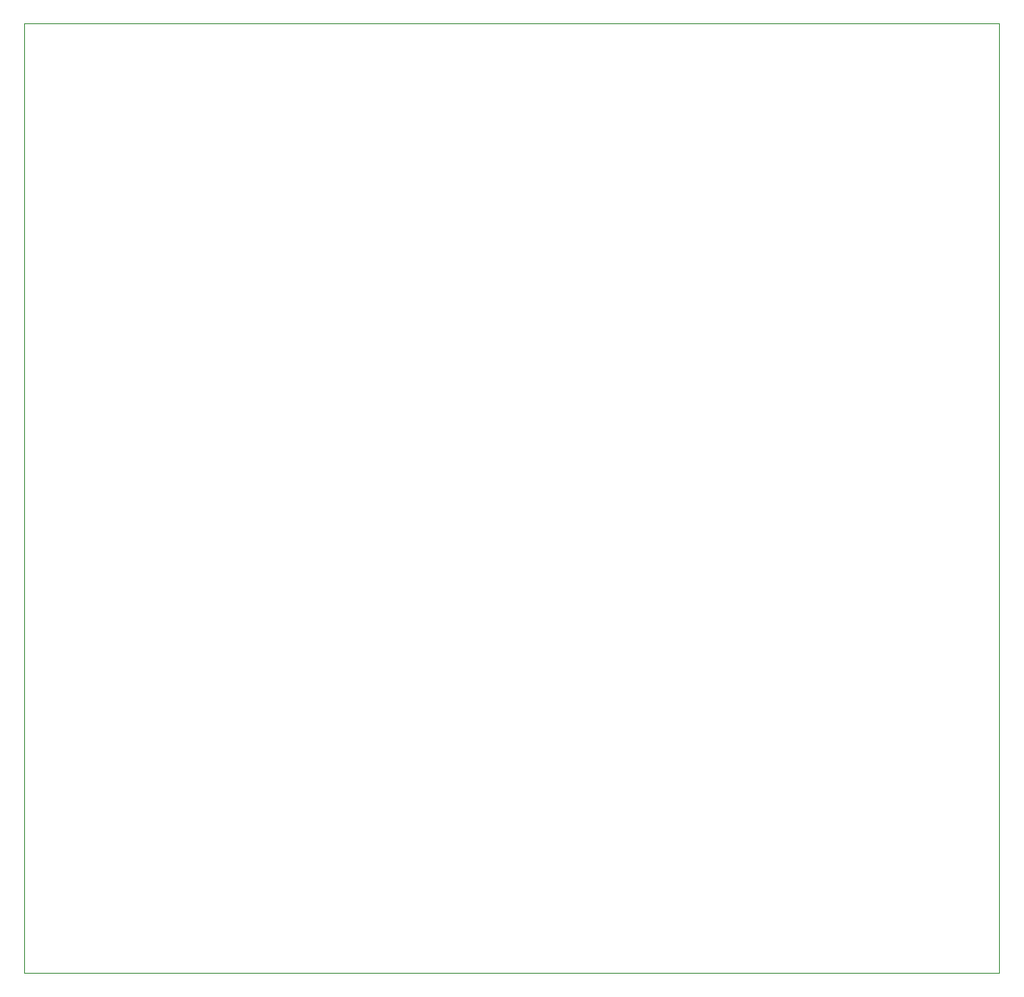
<source format=gbr>
%TF.GenerationSoftware,Altium Limited,Altium Designer,24.4.1 (13)*%
G04 Layer_Color=0*
%FSLAX45Y45*%
%MOMM*%
%TF.SameCoordinates,B3E1FF51-322A-4C5C-8053-80DE806A948F*%
%TF.FilePolarity,Positive*%
%TF.FileFunction,Profile,NP*%
%TF.Part,Single*%
G01*
G75*
%TA.AperFunction,Profile*%
%ADD36C,0.02540*%
D36*
X2540000Y12217400D02*
X12446000D01*
Y2565400D01*
X2540000D01*
D01*
Y12217400D01*
%TF.MD5,1947cf32ebb30084b66c55a2aa4863f3*%
M02*

</source>
